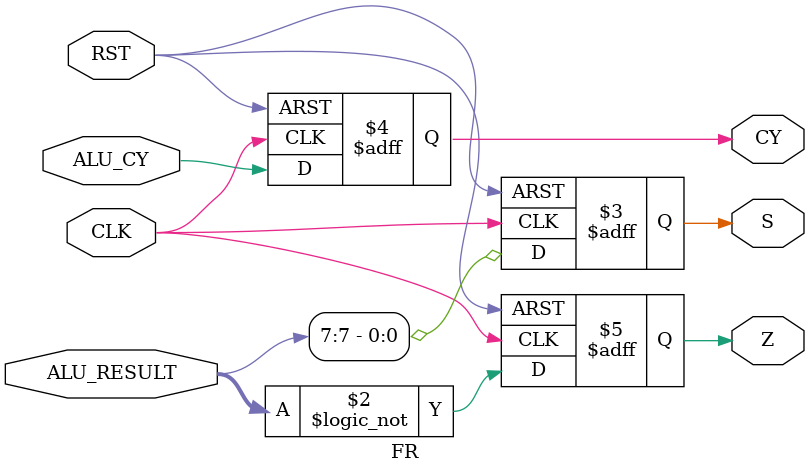
<source format=sv>
`timescale 1ns/1ps

module FR (
  input logic CLK,
  input logic RST,
  input logic [7:0] ALU_RESULT,
  input logic ALU_CY,
  output logic CY,
  output logic Z,
  output logic S
);

always_ff @( posedge CLK or posedge RST ) begin : FR
  if(RST)begin
    CY <= 1'b0;
    Z <= 1'b0;
    S <= 1'b0;
  end else begin
    CY <= ALU_CY;
    Z <= (ALU_RESULT == 8'd0);
    S <= ALU_RESULT[7];
  end
end
  
endmodule
</source>
